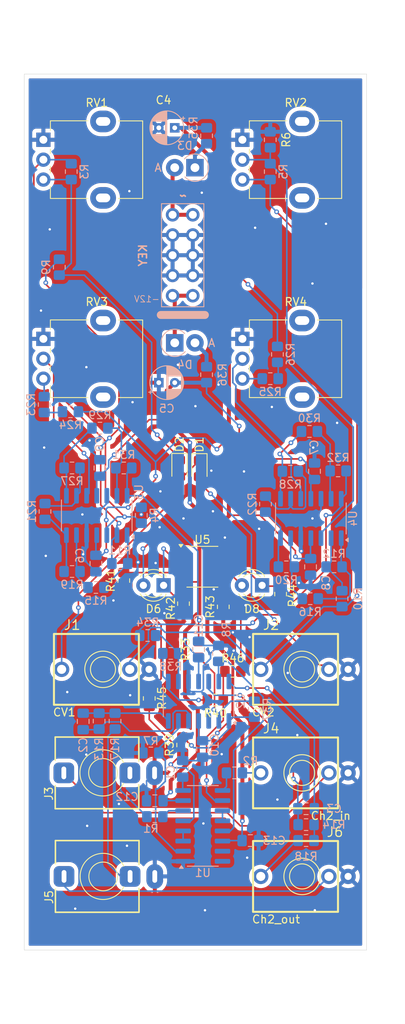
<source format=kicad_pcb>
(kicad_pcb (version 20240108) (generator "pcbnew") (generator_version "8.0")
  (layers (0 "F.Cu" signal) (31 "B.Cu" signal) (34 "B.Paste" user) (35 "F.Paste" user) (36 "B.SilkS" user "B.Silkscreen") (37 "F.SilkS" user "F.Silkscreen") (38 "B.Mask" user) (39 "F.Mask" user) (44 "Edge.Cuts" user))
  (net 0 "")
  (net 1 "GND")
  (net 2 "+12V")
  (net 3 "Net-(U1A-VREF)")
  (net 4 "Net-(C2-Pad2)")
  (net 5 "Net-(U2B-+)")
  (net 6 "-12V")
  (net 7 "Net-(C3-Pad2)")
  (net 8 "Net-(U2D-+)")
  (net 9 "CV1")
  (net 10 "Net-(D1-A)")
  (net 11 "Net-(D1-K)")
  (net 12 "Net-(D3-A)")
  (net 13 "Net-(D3-K)")
  (net 14 "Net-(D4-K)")
  (net 15 "Net-(D4-A)")
  (net 16 "CV2")
  (net 17 "audio_to_ch2")
  (net 18 "Net-(J3-PadR)")
  (net 19 "Net-(D6-A)")
  (net 20 "audio_from_ch2")
  (net 21 "Net-(J6-PadT)")
  (net 22 "Net-(D6-K)")
  (net 23 "Net-(D8-A)")
  (net 24 "Net-(D8-K)")
  (net 25 "Net-(J4-PadT)")
  (net 26 "Net-(J5-PadR)")
  (net 27 "Net-(U4A-+)")
  (net 28 "Net-(U1A-IO1)")
  (net 29 "Net-(U1B-IO2)")
  (net 30 "Net-(U4A--)")
  (net 31 "Net-(U2A--)")
  (net 32 "Net-(R11-Pad1)")
  (net 33 "cv1_to_vca1")
  (net 34 "Net-(R12-Pad1)")
  (net 35 "Net-(U4B--)")
  (net 36 "Net-(U3A--)")
  (net 37 "Net-(U3B--)")
  (net 38 "Net-(R20-Pad1)")
  (net 39 "Net-(U4C--)")
  (net 40 "Net-(U3C--)")
  (net 41 "Net-(R23-Pad2)")
  (net 42 "Net-(U3D--)")
  (net 43 "Net-(R19-Pad1)")
  (net 44 "Net-(U2C--)")
  (net 45 "cv2_to_vca2")
  (net 46 "Net-(U3A-+)")
  (net 47 "Net-(R28-Pad1)")
  (net 48 "audio1_to_vca1")
  (net 49 "Net-(R23-Pad1)")
  (net 50 "audio2_to_vca2")
  (net 51 "Net-(R25-Pad2)")
  (net 52 "Net-(R25-Pad1)")
  (net 53 "Net-(U3C-+)")
  (net 54 "Net-(R27-Pad1)")
  (net 55 "Net-(U4D--)")
  (net 56 "Net-(R31-Pad1)")
  (net 57 "Net-(R32-Pad1)")
  (net 58 "Net-(R37-Pad1)")
  (net 59 "Net-(R38-Pad1)")
  (net 60 "Net-(U5A-+)")
  (net 61 "Net-(U5B-+)")
  (net 62 "Net-(U4C-+)")
  (net 63 "Net-(U1B-VE2)")
  (net 64 "Net-(U1A-VE1)")
  (footprint "Resistor_SMD:R_0805_2012Metric_Pad1.20x1.40mm_HandSolder" (layer "F.Cu") (at 139.3 122.55 90)
    (property "Reference" "R44")
    (property "Value" "1.5k")
  )
  (footprint "mort_mix:Jack_3.5mm_QingPu_WQP-PJ366ST_Vertical" (layer "F.Cu") (at 117.0127 158 90)
    (property "Reference" "J5")
    (property "Value" "Ch1_out")
  )
  (footprint "Diode_SMD:D_0805_2012Metric_Pad1.15x1.40mm_HandSolder" (layer "F.Cu") (at 129.1 106.775 -90)
    (property "Reference" "D1")
    (property "Value" "D")
  )
  (footprint "mort_mix:Potentiometer_Alpha_RD901F-40-00D_Single_Vertical_withhole" (layer "F.Cu") (at 142 68)
    (property "Reference" "RV2")
    (property "Value" "100k_B")
  )
  (footprint "LED_THT:LED_D3.0mm" (layer "F.Cu") (at 136.975 121.45 180)
    (property "Reference" "D8")
    (property "Value" "LED")
  )
  (footprint "Resistor_SMD:R_0805_2012Metric_Pad1.20x1.40mm_HandSolder" (layer "F.Cu") (at 129 129.5 90)
    (property "Reference" "R33")
    (property "Value" "56k")
  )
  (footprint "mort_mix:Potentiometer_Alpha_RD901F-40-00D_Single_Vertical_withhole" (layer "F.Cu") (at 117 93)
    (property "Reference" "RV3")
    (property "Value" "100k_B")
  )
  (footprint "mort_mix:PJ398SM" (layer "F.Cu") (at 142 132)
    (property "Reference" "J2")
    (property "Value" "CV2")
  )
  (footprint "Resistor_SMD:R_0805_2012Metric_Pad1.20x1.40mm_HandSolder" (layer "F.Cu") (at 132.1 124.15 90)
    (property "Reference" "R43")
    (property "Value" "1M")
  )
  (footprint "Resistor_SMD:R_0805_2012Metric_Pad1.20x1.40mm_HandSolder" (layer "F.Cu") (at 133.3 132.25)
    (property "Reference" "R46")
    (property "Value" "1M")
  )
  (footprint "LED_THT:LED_D3.0mm" (layer "F.Cu") (at 124.6 121.45 180)
    (property "Reference" "D6")
    (property "Value" "LED")
  )
  (footprint "Package_SO:SO-8_3.9x4.9mm_P1.27mm" (layer "F.Cu") (at 129.475 119.115)
    (property "Reference" "U5")
    (property "Value" "LM358")
  )
  (footprint "Resistor_SMD:R_0805_2012Metric_Pad1.20x1.40mm_HandSolder" (layer "F.Cu") (at 127 141.5 90)
    (property "Reference" "R39")
    (property "Value" "20k")
  )
  (footprint "Resistor_SMD:R_0805_2012Metric_Pad1.20x1.40mm_HandSolder" (layer "F.Cu") (at 131.1 135.85 180)
    (property "Reference" "R40")
    (property "Value" "20k")
  )
  (footprint "Diode_SMD:D_0805_2012Metric_Pad1.15x1.40mm_HandSolder" (layer "F.Cu") (at 126.6 106.75 -90)
    (property "Reference" "D2")
    (property "Value" "D")
  )
  (footprint "mort_mix:PJ398SM" (layer "F.Cu") (at 142 145)
    (property "Reference" "J4")
    (property "Value" "Ch2_in")
  )
  (footprint "mort_mix:PJ398SM" (layer "F.Cu") (at 142 158)
    (property "Reference" "J6")
    (property "Value" "Ch2_out")
  )
  (footprint "mort_mix:Jack_3.5mm_QingPu_WQP-PJ366ST_Vertical" (layer "F.Cu") (at 116.9873 145 90)
    (property "Reference" "J3")
    (property "Value" "Ch1_in")
  )
  (footprint "Resistor_SMD:R_0805_2012Metric_Pad1.20x1.40mm_HandSolder" (layer "F.Cu") (at 127.1 123.75 90)
    (property "Reference" "R42")
    (property "Value" "1.5k")
  )
  (footprint "Resistor_SMD:R_0805_2012Metric_Pad1.20x1.40mm_HandSolder" (layer "F.Cu") (at 122.8 135.65 90)
    (property "Reference" "R45")
    (property "Value" "1M")
  )
  (footprint "mort_mix:Potentiometer_Alpha_RD901F-40-00D_Single_Vertical_withhole" (layer "F.Cu") (at 142 93)
    (property "Reference" "RV4")
    (property "Value" "100k_B")
  )
  (footprint "mort_mix:PJ398SM" (layer "F.Cu") (at 116.9873 132)
    (property "Reference" "J1")
    (property "Value" "CV1")
  )
  (footprint "mort_mix:Potentiometer_Alpha_RD901F-40-00D_Single_Vertical_withhole" (layer "F.Cu") (at 117 68)
    (property "Reference" "RV1")
    (property "Value" "100k_B")
  )
  (footprint "Resistor_SMD:R_0805_2012Metric_Pad1.20x1.40mm_HandSolder" (layer "F.Cu") (at 119.6 120.85 90)
    (property "Reference" "R41")
    (property "Value" "1M")
  )
  (footprint "Package_SO:SOIC-16_3.9x9.9mm_P1.27mm" (layer "B.Cu") (at 129.525 151.655)
    (property "Reference" "U1")
    (property "Value" "AS3360")
  )
  (footprint "Resistor_SMD:R_0805_2012Metric_Pad1.20x1.40mm_HandSolder" (layer "B.Cu") (at 131.5 130 -90)
    (property "Reference" "R8")
    (property "Value" "51k")
  )
  (footprint "Resistor_SMD:R_0805_2012Metric_Pad1.20x1.40mm_HandSolder" (layer "B.Cu") (at 142.9225 102.1275 180)
    (property "Reference" "R30")
    (property "Value" "10k")
  )
  (footprint "Capacitor_SMD:C_0805_2012Metric_Pad1.18x1.45mm_HandSolder" (layer "B.Cu") (at 123.5 148.5)
    (property "Reference" "C12")
    (property "Value" "0.1uF")
  )
  (footprint "Resistor_SMD:R_0805_2012Metric_Pad1.20x1.40mm_HandSolder" (layer "B.Cu") (at 147.0225 123.1275 -90)
    (property "Reference" "R10")
    (property "Value" "100k")
  )
  (footprint "Resistor_SMD:R_0805_2012Metric_Pad1.20x1.40mm_HandSolder" (layer "B.Cu") (at 125.5 130)
    (property "Reference" "R38")
    (property "Value" "10k")
  )
  (footprint "Capacitor_THT:CP_Radial_D4.0mm_P2.00mm" (layer "B.Cu") (at 124 96)
    (property "Reference" "C5")
    (property "Value" "47u")
  )
  (footprint "Resistor_SMD:R_0805_2012Metric_Pad1.20x1.40mm_HandSolder" (layer "B.Cu") (at 116.1 121.7125)
    (property "Reference" "R15")
    (property "Value" "10k")
  )
  (footprint "Capacitor_SMD:C_0805_2012Metric_Pad1.18x1.45mm_HandSolder" (layer "B.Cu") (at 135.5 153.5 180)
    (property "Reference" "C13")
    (property "Value" "0.1uF")
  )
  (footprint "Resistor_SMD:R_0805_2012Metric_Pad1.20x1.40mm_HandSolder" (layer "B.Cu") (at 136 137 90)
    (property "Reference" "R37")
    (property "Value" "10k")
  )
  (footprint "Resistor_SMD:R_0805_2012Metric_Pad1.20x1.40mm_HandSolder" (layer "B.Cu") (at 119.1 118.7125 180)
    (property "Reference" "R11")
    (property "Value" "100k")
  )
  (footprint "Resistor_SMD:R_0805_2012Metric_Pad1.20x1.40mm_HandSolder" (layer "B.Cu") (at 133.5 145)
    (property "Reference" "R2")
    (property "Value" "51k")
  )
  (footprint "Capacitor_SMD:C_0805_2012Metric_Pad1.18x1.45mm_HandSolder" (layer "B.Cu") (at 127 144.5 90)
    (property "Reference" "C1")
    (property "Value" "4.7n")
  )
  (footprint "Capacitor_SMD:C_0805_2012Metric_Pad1.18x1.45mm_HandSolder" (layer "B.Cu") (at 114.5 138.5375 90)
    (property "Reference" "C2")
    (property "Value" "470p")
  )
  (footprint "Resistor_SMD:R_0805_2012Metric_Pad1.20x1.40mm_HandSolder" (layer "B.Cu") (at 146.5225 107.0775 180)
    (property "Reference" "R32")
    (property "Value" "56k")
  )
  (footprint "mort_mix:Pins_2x05_2.54mm_TH_Europower_shrouded" (layer "B.Cu") (at 127 80)
    (property "Reference" "J7" (hide yes))
    (property "Value" "~")
  )
  (footprint "Resistor_SMD:R_0805_2012Metric_Pad1.20x1.40mm_HandSolder" (layer "B.Cu") (at 140.0225 119.1275)
    (property "Reference" "R20")
    (property "Value" "100k")
  )
  (footprint "Resistor_SMD:R_0805_2012Metric_Pad1.20x1.40mm_HandSolder" (layer "B.Cu") (at 143.0225 123.1275)
    (property "Reference" "R16")
    (property "Value" "10k")
  )
  (footprint "Resistor_SMD:R_0805_2012Metric_Pad1.20x1.40mm_HandSolder" (layer "B.Cu") (at 121.8 112.65 90)
    (property "Reference" "R4")
    (property "Value" "47k")
  )
  (footprint "Resistor_SMD:R_0805_2012Metric_Pad1.20x1.40mm_HandSolder" (layer "B.Cu") (at 140.5225 107.1275)
    (property "Reference" "R28")
    (property "Value" "10k")
  )
  (footprint "Resistor_SMD:R_0805_2012Metric_Pad1.20x1.40mm_HandSolder" (layer "B.Cu") (at 113.1 106.7125)
    (property "Reference" "R27")
    (property "Value" "10k")
  )
  (footprint "Resistor_SMD:R_0805_2012Metric_Pad1.20x1.40mm_HandSolder" (layer "B.Cu") (at 109.7025 112.175 -90)
    (property "Reference" "R21")
    (property "Value" "56k")
  )
  (footprint "Capacitor_SMD:C_0805_2012Metric_Pad1.18x1.45mm_HandSolder" (layer "B.Cu") (at 129.5 142 -90)
    (property "Reference" "C10")
    (property "Value" "0.1uF")
  )
  (footprint "Resistor_SMD:R_0805_2012Metric_Pad1.20x1.40mm_HandSolder" (layer "B.Cu") (at 138 69.5 90)
    (property "Reference" "R5")
    (property "Value" "47k")
  )
  (footprint "Resistor_SMD:R_0805_2012Metric_Pad1.20x1.40mm_HandSolder" (layer "B.Cu") (at 116.5 138.5 -90)
    (property "Reference" "R13")
    (property "Value" "100k")
  )
  (footprint "Resistor_SMD:R_0805_2012Metric_Pad1.20x1.40mm_HandSolder" (layer "B.Cu") (at 142.5 151.5 180)
    (property "Reference" "R14")
    (property "Value" "100k")
  )
  (footprint "Resistor_SMD:R_0805_2012Metric_Pad1.20x1.40mm_HandSolder" (layer "B.Cu") (at 113 69.5 90)
    (property "Reference" "R3")
    (property "Value" "47k")
  )
  (footprint "Resistor_SMD:R_0805_2012Metric_Pad1.20x1.40mm_HandSolder" (layer "B.Cu") (at 122.6 127.75 180)
    (property "Reference" "R34")
    (property "Value" "56k")
  )
  (footprint "Resistor_SMD:R_0805_2012Metric_Pad1.20x1.40mm_HandSolder" (layer "B.Cu") (at 118.5 138.5 -90)
    (property "Reference" "R17")
    (property "Value" "1k")
  )
  (footprint "Resistor_SMD:R_0805_2012Metric_Pad1.20x1.40mm_HandSolder" (layer "B.Cu") (at 130 65 -90)
    (property "Reference" "R35")
    (property "Value" "10")
  )
  (footprint "Package_SO:SO-14_3.9x8.65mm_P1.27mm" (layer "B.Cu") (at 129 136 90)
    (property "Reference" "U2")
    (property "Value" "TL074")
  )
  (footprint "Capacitor_THT:CP_Radial_D4.0mm_P2.00mm" (layer "B.Cu") (at 126 64 180)
    (property "Reference" "C4")
    (property "Value" "47u")
  )
  (footprint "Resistor_SMD:R_0805_2012Metric_Pad1.20x1.40mm_HandSolder" (layer "B.Cu") (at 111.5 81.5 -90)
    (property "Reference" "R9")
    (property "Value" "100k")
  )
  (footprint "Capacitor_SMD:C_0805_2012Metric_Pad1.18x1.45mm_HandSolder" (layer "B.Cu") (at 142.5 149.5)
    (property "Reference" "C3")
    (property "Value" "470p")
  )
  (footprint "Capacitor_SMD:C_0805_2012Metric_Pad1.18x1.45mm_HandSolder" (layer "B.Cu") (at 116.6 106.7125 -90)
    (property "Reference" "C9")
    (property "Value" "0.1uF")
  )
  (footprint "Resistor_SMD:R_0805_2012Metric_Pad1.20x1.40mm_HandSolder" (layer "B.Cu") (at 119.6 106.7125 180)
    (property "Reference" "R31")
    (property "Value" "56k")
  )
  (footprint "Resistor_SMD:R_0805_2012Metric_Pad1.20x1.40mm_HandSolder" (layer "B.Cu") (at 142.5 153.5 180)
    (property "Reference" "R18")
    (property "Value" "1k")
  )
  (footprint "Capacitor_SMD:C_0805_2012Metric_Pad1.18x1.45mm_HandSolder" (layer "B.Cu") (at 143.56 107.1275 -90)
    (property "Reference" "C7")
    (property "Value" "0.1uF")
  )
  (footprint "Resistor_SMD:R_0805_2012Metric_Pad1.20x1.40mm_HandSolder" (layer "B.Cu") (at 130 95 -90)
    (property "Reference" "R36")
    (property "Value" "10")
  )
  (footprint "Resistor_SMD:R_0805_2012Metric_Pad1.20x1.40mm_HandSolder" (layer "B.Cu") (at 146.0225 119.1275 180)
    (property "Reference" "R12")
    (property "Value" "100k")
  )
  (footprint "Resistor_SMD:R_0805_2012Metric_Pad1.20x1.40mm_HandSolder" (layer "B.Cu") (at 123.5 150.5)
    (property "Reference" "R1")
    (property "Value" "51k")
  )
  (footprint "Resistor_SMD:R_0805_2012Metric_Pad1.20x1.40mm_HandSolder" (layer "B.Cu") (at 109.6 98.75 -90)
    (property "Reference" "R23")
    (property "Value" "330k")
  )
  (footprint "Resistor_SMD:R_0805_2012Metric_Pad1.20x1.40mm_HandSolder" (layer "B.Cu") (at 138.9 92.45 90)
    (property "Reference" "R26")
    (property "Value" "400k")
  )
  (footprint "Resistor_SMD:R_0805_2012Metric_Pad1.20x1.40mm_HandSolder" (layer "B.Cu") (at 138 65.5 90)
    (property "Reference" "R6")
    (property "Value" "47k")
  )
  (footprint "Capacitor_SMD:C_0805_2012Metric_Pad1.18x1.45mm_HandSolder" (layer "B.Cu") (at 129 129.5 -90)
    (property "Reference" "C11")
    (property "Value" "0.1uF")
  )
  (footprint "Resistor_SMD:R_0805_2012Metric_Pad1.20x1.40mm_HandSolder" (layer "B.Cu") (at 113.1 119.7125)
    (property "Reference" "R19")
    (property "Value" "100k")
  )
  (footprint "Resistor_SMD:R_0805_2012Metric_Pad1.20x1.40mm_HandSolder" (layer "B.Cu") (at 116.6 101.7125 180)
    (property "Reference" "R29")
    (property "Value" "10k")
  )
  (footprint "Diode_THT:D_DO-41_SOD81_P2.54mm_Vertical_AnodeUp" (layer "B.Cu") (at 128.54 69 180)
    (property "Reference" "D3")
    (property "Value" "1N5819")
  )
  (footprint "Diode_THT:D_DO-41_SOD81_P2.54mm_Vertical_AnodeUp" (layer "B.Cu") (at 126 91)
    (property "Reference" "D4")
    (property "Value" "1N5819")
  )
  (footprint "Resistor_SMD:R_0805_2012Metric_Pad1.20x1.40mm_HandSolder" (layer "B.Cu") (at 137.4 111.25 -90)
    (property "Reference" "R22")
    (property "Value" "56k")
  )
  (footprint "Capacitor_SMD:C_0805_2012Metric_Pad1.18x1.45mm_HandSolder" (layer "B.Cu") (at 116.1 118.7125 -90)
    (property "Reference" "C6")
    (property "Value" "0.1uF")
  )
  (footprint "Resistor_SMD:R_0805_2012Metric_Pad1.20x1.40mm_HandSolder" (layer "B.Cu") (at 138 95.5)
    (property "Reference" "R25")
    (property "Value" "330k")
  )
  (footprint "Resistor_SMD:R_0805_2012Metric_Pad1.20x1.40mm_HandSolder" (layer "B.Cu") (at 123 142.5)
    (property "Reference" "R7")
    (property "Value" "51k")
  )
  (footprint "Capacitor_SMD:C_0805_2012Metric_Pad1.18x1.45mm_HandSolder" (layer "B.Cu") (at 143.06 119.1275 -90)
    (property "Reference" "C8")
    (property "Value" "0.1uF")
  )
  (footprint "Package_SO:SO-14_3.9x8.65mm_P1.27mm" (layer "B.Cu") (at 116.2025 112.675 90)
    (property "Reference" "U3")
    (property "Value" "TL074")
  )
  (footprint "Resistor_SMD:R_0805_2012Metric_Pad1.20x1.40mm_HandSolder" (layer "B.Cu") (at 112.9 99.65)
    (property "Reference" "R24")
    (property "Value" "400k")
  )
  (footprint "Package_SO:SO-14_3.9x8.65mm_P1.27mm" (layer "B.Cu") (at 143.1 113.05 90)
    (property "Reference" "U4")
    (property "Value" "TL074")
  )
  (gr_rect (start 107.1 57.25) (end 150.1 167.25) (stroke (width 0.05)) (fill none) (layer "Edge.Cuts"))
  (via (at 128.6 98.95) (size 0.6) (drill 0.3) (layers "F.Cu" "B.Cu") (net 1))
  (via (at 133.4 129.65) (size 0.6) (drill 0.3) (layers "F.Cu" "B.Cu") (net 1))
  (via (at 145.3 121.35) (size 0.6) (drill 0.3) (layers "F.Cu" "B.Cu") (net 1))
  (via (at 143.6 162.25) (size 0.6) (drill 0.3) (layers "F.Cu" "B.Cu") (net 1))
  (via (at 138.2 99.05) (size 0.6) (drill 0.3) (layers "F.Cu" "B.Cu") (net 1))
  (via (at 135.4 127.95) (size 0.6) (drill 0.3) (layers "F.Cu" "B.Cu") (net 1))
  (via (at 136.1 76.55) (size 0.6) (drill 0.3) (layers "F.Cu" "B.Cu") (net 1))
  (via (at 121.8 112.55) (size 0.6) (drill 0.3) (layers "F.Cu" "B.Cu") (net 1))
  (via (at 109.6 104.15) (size 0.6) (drill 0.3) (layers "F.Cu" "B.Cu") (net 1))
  (via (at 130.6 107.05) (size 0.6) (drill 0.3) (layers "F.Cu" "B.Cu") (net 1))
  (via (at 134.9 123.95) (size 0.6) (drill 0.3) (layers "F.Cu" "B.Cu") (net 1))
  (via (at 141.4 140.25) (size 0.6) (drill 0.3) (layers "F.Cu" "B.Cu") (net 1))
  (via (at 130.8 112.15) (size 0.6) (drill 0.3) (layers "F.Cu" "B.Cu") (net 1))
  (via (at 138.9 148.35) (size 0.6) (drill 0.3) (layers "F.Cu" "B.Cu") (net 1))
  (via (at 126.4 93.75) (size 0.6) (drill 0.3) (layers "F.Cu" "B.Cu") (net 1))
  (via (at 129.6 151.35) (size 0.6) (drill 0.3) (layers "F.Cu" "B.Cu") (net 1))
  (via (at 143.3 83.55) (size 0.6) (drill 0.3) (layers "F.Cu" "B.Cu") (net 1))
  (via (at 110.3 76.75) (size 0.6) (drill 0.3) (layers "F.Cu" "B.Cu") (net 1))
  (via (at 118.9873 148.9) (size 0.6) (drill 0.3) (layers "F.Cu" "B.Cu") (net 1))
  (via (at 115.3 103.25) (size 0.6) (drill 0.3) (layers "F.Cu" "B.Cu") (net 1))
  (via (at 113.5 162.05) (size 0.6) (drill 0.3) (layers "F.Cu" "B.Cu") (net 1))
  (via (at 141.6 121.15) (size 0.6) (drill 0.3) (layers "F.Cu" "B.Cu") (net 1))
  (via (at 141.9 117.15) (size 0.6) (drill 0.3) (layers "F.Cu" "B.Cu") (net 1))
  (via (at 131.9 142.65) (size 0.6) (drill 0.3) (layers "F.Cu" "B.Cu") (net 1))
  (via (at 120.4 135.25) (size 0.6) (drill 0.3) (layers "F.Cu" "B.Cu") (net 1))
  (via (at 131.5 96.25) (size 0.6) (drill 0.3) (layers "F.Cu" "B.Cu") (net 1))
  (via (at 109.2 86.95) (size 0.6) (drill 0.3) (layers "F.Cu" "B.Cu") (net 1))
  (via (at 120 154.15) (size 0.6) (drill 0.3) (layers "F.Cu" "B.Cu") (net 1))
  (via (at 136.6 114.35) (size 0.6) (drill 0.3) (layers "F.Cu" "B.Cu") (net 1))
  (via (at 129.4 72.15) (size 0.6) (drill 0.3) (layers "F.Cu" "B.Cu") (net 1))
  (via (at 123.6 118.65) (size 0.6) (drill 0.3) (layers "F.Cu" "B.Cu") (net 1))
  (via (at 114.5 117.55) (size 0.6) (drill 0.3) (layers "F.Cu" "B.Cu") (net 1))
  (via (at 143.4 104.15) (size 0.6) (drill 0.3) (layers "F.Cu" "B.Cu") (net 1))
  (via (at 130.9 121.95) (size 0.6) (drill 0.3) (layers "F.Cu" "B.Cu") (net 1))
  (via (at 121.4 118.55) (size 0.6) (drill 0.3) (layers "F.Cu" "B.Cu") (net 1))
  (via (at 143.3 113.05) (size 0.6) (drill 0.3) (layers "F.Cu" "B.Cu") (net 1))
  (via (at 129.8 162.25) (size 0.6) (drill 0.3) (layers "F.Cu" "B.Cu") (net 1))
  (via (at 146.4 101.05) (size 0.6) (drill 0.3) (layers "F.Cu" "B.Cu") (net 1))
  (via (at 114.4 112.55) (size 0.6) (drill 0.3) (layers "F.Cu" "B.Cu") (net 1))
  (via (at 109.8 117.75) (size 0.6) (drill 0.3) (layers "F.Cu" "B.Cu") (net 1))
  (via (at 124.7 124.95) (size 0.6) (drill 0.3) (layers "F.Cu" "B.Cu") (net 1))
  (via (at 133.3 127.35) (size 0.6) (drill 0.3) (layers "F.Cu" "B.Cu") (net 1))
  (via (at 115 151.65) (size 0.6) (drill 0.3) (layers "F.Cu" "B.Cu") (net 1))
  (via (at 124.1 114.15) (size 0.6) (drill 0.3) (layers "F.Cu" "B.Cu") (net 1))
  (via (at 134.7 107.15) (size 0.6) (drill 0.3) (layers "F.Cu" "B.Cu") (net 1))
  (via (at 114.8873 142.7) (size 0.6) (drill 0.3) (layers "F.Cu" "B.Cu") (net 1))
  (via (at 127.1 113.05) (size 0.6) (drill 0.3) (layers "F.Cu" "B.Cu") (net 1))
  (via (at 140.2 132.45) (size 0.6) (drill 0.3) (layers "F.Cu" "B.Cu") (net 1))
  (via (at 118.3 123.35) (size 0.6) (drill 0.3) (layers "F.Cu" "B.Cu") (net 1))
  (via (at 132.3 115.45) (size 0.6) (drill 0.3) (layers "F.Cu" "B.Cu") (net 1))
  (via (at 120.3 71.95) (size 0.6) (drill 0.3) (layers "F.Cu" "B.Cu") (net 1))
  (via (at 114.9 94.05) (size 0.6) (drill 0.3) (layers "F.Cu" "B.Cu") (net 1))
  (via (at 120.7 98.45) (size 0.6) (drill 0.3) (layers "F.Cu" "B.Cu") (net 1))
  (via (at 112.5 134.85) (size 0.6) (drill 0.3) (layers "F.Cu" "B.Cu") (net 1))
  (via (at 124.2 109.65) (size 0.6) (drill 0.3) (layers "F.Cu" "B.Cu") (net 1))
  (via (at 135.1 155.65) (size 0.6) (drill 0.3) (layers "F.Cu" "B.Cu") (net 1))
  (via (at 145 76.05) (size 0.6) (drill 0.3) (layers "F.Cu" "B.Cu") (net 1))
  (segment (start 130.27 135.729448) (end 129.340552 134.8) (width 0.2) (layer "B.Cu") (net 1))
  (segment (start 117.4725 110.2) (end 117.4725 111.174999) (width 0.2) (layer "B.Cu") (net 1))
  (segment (start 117.4725 111.174999) (end 116.097499 112.55) (width 0.2) (layer "B.Cu") (net 1))
  (segment (start 122.4625 146.0048) (end 123.4673 145) (width 0.2) (layer "B.Cu") (net 1))
  (segment (start 127.73 134.499999) (end 128.030001 134.8) (width 0.2) (layer "B.Cu") (net 1))
  (segment (start 130.27 138.475) (end 130.27 135.729448) (width 0.2) (layer "B.Cu") (net 1))
  (segment (start 127 143.4625) (end 129.075 143.4625) (width 0.2) (layer "B.Cu") (net 1))
  (segment (start 128.030001 134.8) (end 129.340552 134.8) (width 0.2) (layer "B.Cu") (net 1))
  (segment (start 130.5 130) (end 131.5 129) (width 0.2) (layer "B.Cu") (net 1))
  (segment (start 116.097499 112.55) (end 114.4 112.55) (width 0.2) (layer "B.Cu") (net 1))
  (segment (start 115.3 104.375) (end 115.3 103.25) (width 0.2) (layer "B.Cu") (net 1))
  (segment (start 129.5375 129) (end 129 128.4625) (width 0.2) (layer "B.Cu") (net 1))
  (segment (start 129.075 143.4625) (end 129.5 143.0375) (width 0.2) (layer "B.Cu") (net 1))
  (segment (start 130.5 130.65) (end 130.5 130) (width 0.2) (layer "B.Cu") (net 1))
  (segment (start 127.73 133.525) (end 127.73 134.499999) (width 0.2) (layer "B.Cu") (net 1))
  (segment (start 116.1 119.75) (end 114.5 118.15) (width 0.2) (layer "B.Cu") (net 1))
  (segment (start 144.37 111.98) (end 143.3 113.05) (width 0.2) (layer "B.Cu") (net 1))
  (segment (start 144.37 110.575) (end 144.37 111.98) (width 0.2) (layer "B.Cu") (net 1))
  (segment (start 129.6 134.540552) (end 129.6 131.55) (width 0.2) (layer "B.Cu") (net 1))
  (segment (start 122.315 142.815) (end 122 142.5) (width 0.2) (layer "B.Cu") (net 1))
  (segment (start 129.340552 134.8) (end 129.6 134.540552) (width 0.2) (layer "B.Cu") (net 1))
  (segment (start 131.5 129) (end 129.5375 129) (width 0.2) (layer "B.Cu") (net 1))
  (segment (start 121.8 111.65) (end 121.8 112.55) (width 0.2) (layer "B.Cu") (net 1))
  (segment (start 122.4625 148.5) (end 122.4625 146.0048) (width 0.2) (layer "B.Cu") (net 1))
  (segment (start 129.6 131.55) (end 130.5 130.65) (width 0.2) (layer "B.Cu") (net 1))
  (segment (start 114.5 118.15) (end 114.5 117.55) (width 0.2) (layer "B.Cu") (net 1))
  (segment (start 116.6 105.675) (end 115.3 104.375) (width 0.2) (layer "B.Cu") (net 1))
  (segment (start 133.3 137.65) (end 134.5 138.85) (width 0.5) (layer "F.Cu") (net 2))
  (segment (start 133.3 138.05) (end 133.3 137.35) (width 0.2) (layer "F.Cu") (net 2))
  (segment (start 135.2 83.65) (end 132.8 81.25) (width 0.2) (layer "F.Cu") (net 2))
  (segment (start 141.16 117.11) (end 136.7 112.65) (width 0.2) (layer "F.Cu") (net 2))
  (segment (start 132.8 81.25) (end 132.8 102.85) (width 0.5) (layer "F.Cu") (net 2))
  (segment (start 130.1 127.803122) (end 133.3 131.003122) (width 0.5) (layer "F.Cu") (net 2))
  (segment (start 126 64) (end 126.8 64) (width 0.2) (layer "F.Cu") (net 2))
  (segment (start 130.14 117.21) (end 130.1 117.25) (width 0.2) (layer "F.Cu") (net 2))
  (segment (start 132.8 102.85) (end 132.8 112.75) (width 0.5) (layer "F.Cu") (net 2))
  (segment (start 120.137363 111.674999) (end 120.137363 111.612637) (width 0.2) (layer "F.Cu") (net 2))
  (segment (start 130.1 117.25) (end 130.1 127.803122) (width 0.5) (layer "F.Cu") (net 2))
  (segment (start 123.6 108.15) (end 123.6 107.75) (width 0.2) (layer "F.Cu") (net 2))
  (segment (start 141.16 117.85) (end 141.16 117.11) (width 0.2) (layer "F.Cu") (net 2))
  (segment (start 132.8 112.75) (end 130.1 115.45) (width 0.5) (layer "F.Cu") (net 2))
  (segment (start 130.1 115.45) (end 130.1 117.25) (width 0.5) (layer "F.Cu") (net 2))
  (segment (start 133.3 137.35) (end 133.3 137.65) (width 0.5) (layer "F.Cu") (net 2))
  (segment (start 133.3 131.003122) (end 133.3 137.35) (width 0.35) (layer "F.Cu") (net 2))
  (segment (start 132.9 112.65) (end 132.8 112.75) (width 0.2) (layer "F.Cu") (net 2))
  (segment (start 134.5 138.85) (end 134.5 151.05) (width 0.5) (layer "F.Cu") (net 2))
  (segment (start 136.7 112.65) (end 132.9 112.65) (width 0.2) (layer "F.Cu") (net 2))
  (segment (start 117.4025 113.2525) (end 117.4 113.25) (width 0.2) (layer "F.Cu") (net 2))
  (segment (start 131.35 140) (end 133.3 138.05) (width 0.2) (layer "F.Cu") (net 2))
  (segment (start 120.137363 111.612637) (end 123.6 108.15) (width 0.2) (layer "F.Cu") (net 2))
  (segment (start 131.75 117.21) (end 130.14 117.21) (width 0.2) (layer "F.Cu") (net 2))
  (segment (start 131.3 104.35) (end 132.8 102.85) (width 0.2) (layer "F.Cu") (net 2))
  (segment (start 132.8 70) (end 132.8 81.25) (width 0.5) (layer "F.Cu") (net 2))
  (segment (start 117.4 113.25) (end 117.4025 117.125) (width 0.2) (layer "F.Cu") (net 2))
  (segment (start 126.8 64) (end 132.8 70) (width 0.5) (layer "F.Cu") (net 2))
  (via (at 117.4025 117.125) (size 0.6) (drill 0.3) (layers "F.Cu" "B.Cu") (net 2))
  (via (at 135.2 83.65) (size 0.6) (drill 0.3) (layers "F.Cu" "B.Cu") (net 2))
  (via (at 134.5 151.05) (size 0.6) (drill 0.3) (layers "F.Cu" "B.Cu") (net 2))
  (via (at 120.137363 111.674999) (size 0.6) (drill 0.3) (layers "F.Cu" "B.Cu") (net 2))
  (via (at 131.35 140) (size 0.6) (drill 0.3) (layers "F.Cu" "B.Cu") (net 2))
  (via (at 141.16 117.85) (size 0.6) (drill 0.3) (layers "F.Cu" "B.Cu") (net 2))
  (via (at 131.3 104.35) (size 0.6) (drill 0.3) (layers "F.Cu" "B.Cu") (net 2))
  (via (at 117.4 113.25) (size 0.6) (drill 0.3) (layers "F.Cu" "B.Cu") (net 2))
  (via (at 123.6 107.75) (size 0.6) (drill 0.3) (layers "F.Cu" "B.Cu") (net 2))
  (segment (start 116.1 117.675) (end 116.1 115.2525) (width 0.2) (layer "B.Cu") (net 2))
  (segment (start 132.06 153.5) (end 132 153.56) (width 0.2) (layer "B.Cu") (net 2))
  (segment (start 134.4625 153.5) (end 134.4625 151.0875) (width 0.2) (layer "B.Cu") (net 2))
  (segment (start 134.4625 153.5) (end 132.06 153.5) (width 0.2) (layer "B.Cu") (net 2))
  (segment (start 131.3 104.45) (end 131.3 104.35) (width 0.2) (layer "B.Cu") (net 2))
  (segment (start 116.1 117.675) (end 116.8525 117.675) (width 0.2) (layer "B.Cu") (net 2))
  (segment (start 138.9 91.45) (end 138.9 87.35) (width 0.2) (layer "B.Cu") (net 2))
  (segment (start 131.3 104.35) (end 131.4 104.35) (width 0.2) (layer "B.Cu") (net 2))
  (segment (start 130 64) (end 126 64) (width 0.5) (layer "B.Cu") (net 2))
  (segment (start 117.3 99.65) (end 123.6 105.95) (width 0.2) (layer "B.Cu") (net 2))
  (segment (start 116.1 115.2525) (end 116.2025 115.15) (width 0.2) (layer "B.Cu") (net 2))
  (segment (start 130.3875 140.9625) (end 129.5 140.9625) (width 0.2) (layer "B.Cu") (net 2))
  (segment (start 129 138.475) (end 129 140.4625) (width 0.2) (layer "B.Cu") (net 2))
  (segment (start 131.35 140) (end 130.3875 140.9625) (width 0.2) (layer "B.Cu") (net 2))
  (segment (start 117.4 111.85) (end 117.4 113.25) (width 0.2) (layer "B.Cu") (net 2))
  (segment (start 117.6 111.65) (end 117.4 111.85) (width 0.2) (layer "B.Cu") (net 2))
  (segment (start 120.112364 111.65) (end 117.6 111.65) (width 0.2) (layer "B.Cu") (net 2))
  (segment (start 134.4625 151.0875) (end 134.5 151.05) (width 0.2) (layer "B.Cu") (net 2))
  (segment (start 123.5 107.85) (end 123.6 107.75) (width 0.2) (layer "B.Cu") (net 2))
  (segment (start 129 140.4625) (end 129.5 140.9625) (width 0.2) (layer "B.Cu") (net 2))
  (segment (start 113.9 99.65) (end 117.3 99.65) (width 0.2) (layer "B.Cu") (net 2))
  (segment (start 138.9 87.35) (end 135.2 83.65) (width 0.2) (layer "B.Cu") (net 2))
  (segment (start 123.6 105.95) (end 126.6 102.95) (width 0.2) (layer "B.Cu") (net 2))
  (segment (start 126.6 102.95) (end 129.8 102.95) (width 0.2) (layer "B.Cu") (net 2))
  (segment (start 123.6 107.75) (end 123.6 105.95) (width 0.2) (layer "B.Cu") (net 2))
  (segment (start 143.06 118.09) (end 141.4 118.09) (width 0.2) (layer "B.Cu") (net 2))
  (segment (start 141.4 118.09) (end 141.16 117.85) (width 0.2) (layer "B.Cu") (net 2))
  (segment (start 143.06 118.09) (end 143.06 115.565) (width 0.2) (layer "B.Cu") (net 2))
  (segment (start 131.4 104.35) (end 131.3 104.45) (width 0.2) (layer "B.Cu") (net 2))
  (segment (start 143.06 115.565) (end 143.1 115.525) (width 0.2) (layer "B.Cu") (net 2))
  (segment (start 120.137363 111.674999) (end 120.112364 111.65) (width 0.2) (layer "B.Cu") (net 2))
  (segment (start 129.8 102.95) (end 131.3 104.45) (width 0.2) (layer "B.Cu") (net 2))
  (segment (start 116.8525 117.675) (end 117.4025 117.125) (width 0.2) (layer "B.Cu") (net 2))
  (segment (start 127 145.5375) (end 127 147.16) (width 0.2) (layer "B.Cu") (net 3))
  (segment (start 127 147.16) (end 127.05 147.21) (width 0.2) (layer "B.Cu") (net 3))
  (segment (start 114.5 137.5) (end 118.5 137.5) (width 0.2) (layer "B.Cu") (net 4))
  (segment (start 124.215 137.5) (end 118.5 137.5) (width 0.2) (layer "B.Cu") (net 4))
  (segment (start 125.19 138.475) (end 124.215 137.5) (width 0.2) (layer "B.Cu") (net 4))
  (segment (start 116.425 139.575) (end 116.5 139.5) (width 0.2) (layer "B.Cu") (net 5))
  (segment (start 126.119448 137.2) (end 125.79 137.529448) (width 0.2) (layer "B.Cu") (net 5))
  (segment (start 125.79 137.529448) (end 125.79 139.490552) (width 0.2) (layer "B.Cu") (net 5))
  (segment (start 114.5 139.575) (end 116.425 139.575) (width 0.2) (layer "B.Cu") (net 5))
  (segment (start 127.73 137.500001) (end 127.429999 137.2) (width 0.2) (layer "B.Cu") (net 5))
  (segment (start 120.334744 139.75) (end 119.184744 138.6) (width 0.2) (layer "B.Cu") (net 5))
  (segment (start 127.73 138.475) (end 127.73 137.500001) (width 0.2) (layer "B.Cu") (net 5))
  (segment (start 127.429999 137.2) (end 126.119448 137.2) (width 0.2) (layer "B.Cu") (net 5))
  (segment (start 125.79 139.490552) (end 125.530552 139.75) (width 0.2) (layer "B.Cu") (net 5))
  (segment (start 125.530552 139.75) (end 120.334744 139.75) (width 0.2) (layer "B.Cu") (net 5))
  (segment (start 117.4 138.6) (end 116.5 139.5) (width 0.2) (layer "B.Cu") (net 5))
  (segment (start 119.184744 138.6) (end 117.4 138.6) (width 0.2) (layer "B.Cu") (net 5))
  (segment (start 125 100.65) (end 125 97) (width 0.5) (layer "F.Cu") (net 6))
  (segment (start 127.878122 111.05) (end 129.1 112.271878) (width 0.5) (layer "F.Cu") (net 6))
  (segment (start 118.4 105.05) (end 122.8 100.65) (width 0.2) (layer "F.Cu") (net 6))
  (segment (start 127.3 127.25) (end 128.36967 126.18033) (width 0.5) (layer "F.Cu") (net 6))
  (segment (start 128.9 142.55) (end 128.9 137.05) (width 0.5) (layer "F.Cu") (net 6))
  (segment (start 128.330331 126.140992) (end 128.330331 125.51967) (width 0.5) (layer "F.Cu") (net 6))
  (segment (start 125 97) (end 126 96) (width 0.5) (layer "F.Cu") (net 6))
  (segment (start 129.1 112.271878) (end 129.1 120.75) (width 0.5) (layer "F.Cu") (net 6))
  (segment (start 122.8 100.65) (end 125 100.65) (width 0.2) (layer "F.Cu") (net 6))
  (segment (start 128.83 121.02) (end 129.1 120.75) (width 0.2) (layer "F.Cu") (net 6))
  (segment (start 128.9 137.05) (end 127.3 135.45) (width 0.5) (layer "F.Cu") (net 6))
  (segment (start 141.8 105.5775) (end 137.1275 105.5775) (width 0.2) (layer "F.Cu") (net 6))
  (segment (start 129.1 125.080331) (end 129.1 120.75) (width 0.5) (layer "F.Cu") (net 6))
  (segment (start 127.3 135.45) (end 127.3 127.25) (width 0.5) (layer "F.Cu") (net 6))
  (segment (start 137.1275 105.5775) (end 134.1 102.55) (width 0.2) (layer "F.Cu") (net 6))
  (segment (start 125.4873 147.4) (end 125.4873 145.9627) (width 0.5) (layer "F.Cu") (net 6))
  (segment (start 127.9 103.55) (end 125 100.65) (width 0.5) (layer "F.Cu") (net 6))
  (segment (start 127.9 111.071878) (end 127.9 111.05) (width 0.5) (layer "F.Cu") (net 6))
  (segment (start 134.1 102.55) (end 134.1 101.45) (width 0.2) (layer "F.Cu") (net 6))
  (segment (start 134.1 101.55) (end 134.1 101.45) (width 0.2) (layer "F.Cu") (net 6))
  (segment (start 126.6 121.02) (end 127.83 121.02) (width 0.2) (layer "F.Cu") (net 6))
  (segment (start 128.76967 125.080331) (end 129.1 125.080331) (width 0.5) (layer "F.Cu") (net 6))
  (segment (start 127.9 111.05) (end 127.878122 111.05) (width 0.5) (layer "F.Cu") (net 6))
  (segment (start 127.95 111.121878) (end 127.9 111.071878) (width 0.5) (layer "F.Cu") (net 6))
  (segment (start 125.4873 145.9627) (end 128.9 142.55) (width 0.5) (layer "F.Cu") (net 6))
  (segment (start 128.330331 125.51967) (end 128.76967 125.080331) (width 0.5) (layer "F.Cu") (net 6))
  (segment (start 128.36967 126.18033) (end 128.330331 126.140992) (width 0.5) (layer "F.Cu") (net 6))
  (segment (start 127.025 121.02) (end 128.83 121.02) (width 0.2) (layer "F.Cu") (net 6))
  (via (at 127.9 103.55) (size 0.6) (drill 0.3) (layers "F.Cu" "B.Cu") (net 6))
  (via (at 141.8 105.5775) (size 0.6) (drill 0.3) (layers "F.Cu" "B.Cu") (net 6))
  (via (at 127.3 128.25) (size 0.6) (drill 0.3) (layers "F.Cu" "B.Cu") (net 6))
  (via (at 125.4873 147.4) (size 0.6) (drill 0.3) (layers "F.Cu" "B.Cu") (net 6))
  (via (at 118.4 105.05) (size 0.6) (drill 0.3) (layers "F.Cu" "B.Cu") (net 6))
  (via (at 127.9 111.05) (size 0.6) (drill 0.3) (layers "F.Cu" "B.Cu") (net 6))
  (via (at 134.1 101.45) (size 0.6) (drill 0.3) (layers "F.Cu" "B.Cu") (net 6))
  (segment (start 124.5575 148.48) (end 124.5375 148.5) (width 0.2) (layer "B.Cu") (net 6))
  (segment (start 143.1 108.625) (end 143.56 108.165) (width 0.2) (layer "B.Cu") (net 6))
  (segment (start 116.2025 110.2) (end 116.2025 108.1475) (width 0.2) (layer "B.Cu") (net 6))
  (segment (start 141.8 105.5775) (end 142.0225 105.5775) (width 0.2) (layer "B.Cu") (net 6))
  (segment (start 134.1 101.45) (end 130 97.35) (width 0.2) (layer "B.Cu") (net 6))
  (segment (start 130 97.35) (end 130 96) (width 0.2) (layer "B.Cu") (net 6))
  (segment (start 142.535 106.09) (end 142.535 107.14) (width 0.2) (layer "B.Cu") (net 6))
  (segment (start 127.3 128.8375) (end 127.3 128.25) (width 0.2) (layer "B.Cu") (net 6))
  (segment (start 117.7 106.65) (end 117.7 105.75) (width 0.2) (layer "B.Cu") (net 6))
  (segment (start 124.5375 148.3498) (end 125.4873 147.4) (width 0.2) (layer "B.Cu") (net 6))
  (segment (start 117.7 105.75) (end 118.4 105.05) (width 0.2) (layer "B.Cu") (net 6))
  (segment (start 129 133.525) (end 129 130.5375) (width 0.2) (layer "B.Cu") (net 6))
  (segment (start 116.6 107.75) (end 117.7 106.65) (width 0.2) (layer "B.Cu") (net 6))
  (segment (start 129 130.5375) (end 127.3 128.8375) (width 0.2) (layer "B.Cu") (net 6))
  (segment (start 127.05 148.48) (end 124.5575 148.48) (width 0.2) (layer "B.Cu") (net 6))
  (segment (start 143.1 110.575) (end 143.1 108.625) (width 0.2) (layer "B.Cu") (net 6))
  (segment (start 116.2025 108.1475) (end 116.6 107.75) (width 0.2) (layer "B.Cu") (net 6))
  (segment (start 142.535 107.14) (end 143.56 108.165) (width 0.2) (layer "B.Cu") (net 6))
  (segment (start 127.9 103.55) (end 127.9 111.05) (width 0.5) (layer "B.Cu") (net 6))
  (segment (start 142.0225 105.5775) (end 142.535 106.09) (width 0.2) (layer "B.Cu") (net 6))
  (segment (start 125.4873 147.4) (end 125.25 147.4) (width 0.2) (layer "B.Cu") (net 6))
  (segment (start 130 96) (end 126 96) (width 0.5) (layer "B.Cu") (net 6))
  (segment (start 124.5375 148.5) (end 124.5375 148.3498) (width 0.2) (layer "B.Cu") (net 6))
  (segment (start 137.6 134.35) (end 135.1 134.35) (width 0.2) (layer "F.Cu") (net 7))
  (via (at 137.6 134.35) (size 0.6) (drill 0.3) (layers "F.Cu" "B.Cu") (net 7))
  (via (at 135.1 134.35) (size 0.6) (drill 0.3) (layers "F.Cu" "B.Cu") (net 7))
  (segment (start 143.5375 149.5) (end 143.5375 140.2875) (width 0.2) (layer "B.Cu") (net 7))
  (segment (start 137.6 134.35) (end 137.5 134.25) (width 0.2) (layer "B.Cu") (net 7))
  (segment (start 143.5375 153.4625) (end 143.5 153.5) (width 0.2) (layer "B.Cu") (net 7))
  (segment (start 143.5375 140.2875) (end 137.6 134.35) (width 0.2) (layer "B.Cu") (net 7))
  (segment (start 133.635 134.35) (end 135.1 134.35) (width 0.2) (layer "B.Cu") (net 7))
  (segment (start 143.5375 149.5) (end 143.5375 153.4625) (width 0.2) (layer "B.Cu") (net 7))
  (segment (start 132.81 133.525) (end 133.635 134.35) (width 0.2) (layer "B.Cu") (net 7))
  (segment (start 140.9 141.95) (end 140.9 145.75) (width 0.2) (layer "F.Cu") (net 8))
  (segment (start 134.2 135.25) (end 140.9 141.95) (width 0.2) (layer "F.Cu") (net 8))
  (via (at 134.2 135.25) (size 0.6) (drill 0.3) (layers "F.Cu" "B.Cu") (net 8))
  (via (at 140.9 145.75) (size 0.6) (drill 0.3) (layers "F.Cu" "B.Cu") (net 8))
  (segment (start 130.27 134.499999) (end 131.020001 135.25) (width 0.2) (layer "B.Cu") (net 8))
  (segment (start 141.5 149.5375) (end 141.4625 149.5) (width 0.2) (layer "B.Cu") (net 8))
  (segment (start 141.4625 149.5) (end 141.4625 146.3125) (width 0.2) (layer "B.Cu") (net 8))
  (segment (start 131.020001 135.25) (end 134.2 135.25) (width 0.2) (layer "B.Cu") (net 8))
  (segment (start 141.4625 146.3125) (end 140.9 145.75) (width 0.2) (layer "B.Cu") (net 8))
  (segment (start 130.27 133.525) (end 130.27 134.499999) (width 0.2) (layer "B.Cu") (net 8))
  (segment (start 134.2 135.25) (end 134.1 135.25) (width 0.2) (layer "B.Cu") (net 8))
  (segment (start 141.5 151.5) (end 141.5 149.5375) (width 0.2) (layer "B.Cu") (net 8))
  (segment (start 126.6 105.725) (end 126.6 105.45) (width 0.2) (layer "F.Cu") (net 9))
  (segment (start 123.7 102.55) (end 123.7 102.55) (width 0.2) (layer "F.Cu") (net 9))
  (segment (start 123.8 102.55) (end 123.7 102.55) (width 0.2) (layer "F.Cu") (net 9))
  (segment (start 126.6 105.45) (end 123.8 102.65) (width 0.2) (layer "F.Cu") (net 9))
  (segment (start 123.8 102.65) (end 123.8 102.55) (width 0.2) (layer "F.Cu") (net 9))
  (via (at 123.8 102.55) (size 0.6) (drill 0.3) (layers "F.Cu" "B.Cu") (net 9))
  (segment (start 109.5 70.5) (end 113 70.5) (width 0.2) (layer "B.Cu") (net 9))
  (segment (start 123.1 90.95) (end 114.65 82.5) (width 0.2) (layer "B.Cu") (net 9))
  (segment (start 123.8 102.55) (end 123.1 101.85) (width 0.2) (layer "B.Cu") (net 9))
  (segment (start 111.5 82.5) (end 113 81) (width 0.2) (layer "B.Cu") (net 9))
  (segment (start 114.65 82.5) (end 111.5 82.5) (width 0.2) (layer "B.Cu") (net 9))
  (segment (start 113 81) (end 113 70.5) (width 0.2) (layer "B.Cu") (net 9))
  (segment (start 123.1 101.85) (end 123.1 90.95) (width 0.2) (layer "B.Cu") (net 9))
  (segment (start 144.225937 131.475937) (end 144.828737 131.475937) (width 0.2) (layer "F.Cu") (net 10))
  (segment (start 129.1 107.8) (end 129.1 108.55) (width 0.2) (layer "F.Cu") (net 10))
  (segment (start 129.1 108.55) (end 130.5 109.95) (width 0.2) (layer "F.Cu") (net 10))
  (segment (start 138.5 125.75) (end 144.225937 131.475937) (width 0.2) (layer "F.Cu") (net 10))
  (segment (start 144.828737 131.475937) (end 145.3528 132) (width 0.2) (layer "F.Cu") (net 10))
  (via (at 138.5 125.75) (size 0.6) (drill 0.3) (layers "F.Cu" "B.Cu") (net 10))
  (via (at 130.5 109.95) (size 0.6) (drill 0.3) (layers "F.Cu" "B.Cu") (net 10))
  (segment (start 130.5 109.95) (end 135.635 115.085) (width 0.2) (layer "B.Cu") (net 10))
  (segment (start 135.635 122.885) (end 138.5 125.75) (width 0.2) (layer "B.Cu") (net 10))
  (segment (start 135.635 115.085) (end 135.635 122.885) (width 0.2) (layer "B.Cu") (net 10))
  (segment (start 126.6 107.775) (end 127.075 107.775) (width 0.2) (layer "F.Cu") (net 11))
  (segment (start 126.6 109.91) (end 126.6 107.775) (width 0.2) (layer "F.Cu") (net 11))
  (segment (start 113.9 122.61) (end 126.6 109.91) (width 0.2) (layer "F.Cu") (net 11))
  (segment (start 127.075 107.775) (end 129.1 105.75) (width 0.2) (layer "F.Cu") (net 11))
  (segment (start 113.9 124.25) (end 113.9 122.61) (width 0.2) (layer "F.Cu") (net 11))
  (via (at 113.9 124.25) (size 0.6) (drill 0.3) (layers "F.Cu" "B.Cu") (net 11))
  (segment (start 111.793 132) (end 111.793 127.1943) (width 0.2) (layer "B.Cu") (net 11))
  (segment (start 113.9 125.0873) (end 113.9 124.25) (width 0.2) (layer "B.Cu") (net 11))
  (segment (start 113.9 124.25) (end 113.8 124.35) (width 0.2) (layer "B.Cu") (net 11))
  (segment (start 111.793 127.1943) (end 113.9 125.0873) (width 0.2) (layer "B.Cu") (net 11))
  (segment (start 125.73 74.92) (end 128.27 74.92) (width 0.5) (layer "F.Cu") (net 12))
  (segment (start 125.73 69.27) (end 126 69) (width 0.2) (layer "F.Cu") (net 12))
  (segment (start 125.73 74.92) (end 125.73 69.27) (width 0.5) (layer "F.Cu") (net 12))
  (segment (start 128.54 67.46) (end 130 66) (width 0.5) (layer "B.Cu") (net 13))
  (segment (start 128.54 69) (end 128.54 67.46) (width 0.5) (layer "B.Cu") (net 13))
  (segment (start 126 91) (end 126 85.35) (width 0.5) (layer "F.Cu") (net 14))
  (segment (start 126 85.35) (end 125.73 85.08) (width 0.2) (layer "F.Cu") (net 14))
  (segment (start 125.73 85.08) (end 128.27 85.08) (width 0.5) (layer "F.Cu") (net 14))
  (segment (start 130 92.46) (end 128.54 91) (width 0.5) (layer "B.Cu") (net 15))
  (segment (start 130 94) (end 130 92.46) (width 0.5) (layer "B.Cu") (net 15))
  (segment (start 148.9 84.65) (end 148.9 122.75) (width 0.2) (layer "F.Cu") (net 16))
  (segment (start 148.9 122.75) (end 148.9 122.85) (width 0.2) (layer "F.Cu") (net 16))
  (segment (start 138.8 74.55) (end 148.9 84.65) (width 0.2) (layer "F.Cu") (net 16))
  (via (at 148.9 122.75) (size 0.6) (drill 0.3) (layers "F.Cu" "B.Cu") (net 16))
  (via (at 138.8 74.55) (size 0.6) (drill 0.3) (layers "F.Cu" "B.Cu") (net 16))
  (segment (start 123.015256 126.75) (end 122.7 127.065256) (width 0.2) (layer "B.Cu") (net 16))
  (segment (start 132.143 127.35) (end 124.784744 127.35) (width 0.2) (layer "B.Cu") (net 16))
  (segment (start 144.6655 124.1275) (end 136.793 132) (width 0.2) (layer "B.Cu") (net 16))
  (segment (start 147.0225 124.1275) (end 144.6655 124.1275) (width 0.2) (layer "B.Cu") (net 16))
  (segment (start 147.0225 124.1275) (end 147.5225 124.1275) (width 0.2) (layer "B.Cu") (net 16))
  (segment (start 124.784744 127.35) (end 124.184744 126.75) (width 0.2) (layer "B.Cu") (net 16))
  (segment (start 122.7 127.065256) (end 122.7 128.6528) (width 0.2) (layer "B.Cu") (net 16))
  (segment (start 120.3528 131) (end 120.3528 132) (width 0.2) (layer "B.Cu") (net 16))
  (segment (start 124.184744 126.75) (end 123.015256 126.75) (width 0.2) (layer "B.Cu") (net 16))
  (segment (start 138 73.75) (end 138.8 74.55) (width 0.2) (layer "B.Cu") (net 16))
  (segment (start 136.793 132) (end 132.143 127.35) (width 0.2) (layer "B.Cu") (net 16))
  (segment (start 147.5225 124.1275) (end 148.9 122.75) (width 0.2) (layer "B.Cu") (net 16))
  (segment (start 138 70.5) (end 138 73.75) (width 0.2) (layer "B.Cu") (net 16))
  (segment (start 122.7 128.6528) (end 120.3528 131) (width 0.2) (layer "B.Cu") (net 16))
  (segment (start 134.5 70.5) (end 138 70.5) (width 0.2) (layer "B.Cu") (net 16))
  (segment (start 132.601471 150) (end 134.251471 151.65) (width 0.2) (layer "F.Cu") (net 17))
  (segment (start 117.0673 150) (end 132.601471 150) (width 0.2) (layer "F.Cu") (net 17))
  (segment (start 112.0673 145) (end 117.0673 150) (width 0.2) (layer "F.Cu") (net 17))
  (segment (start 138.7155 151.65) (end 145.3655 145) (width 0.2) (layer "F.Cu") (net 17))
  (segment (start 134.251471 151.65) (end 138.7155 151.65) (width 0.2) (layer "F.Cu") (net 17))
  (segment (start 119.215 147.215) (end 119.215 145.165) (width 0.2) (layer "B.Cu") (net 18))
  (segment (start 122.5 150.5) (end 119.215 147.215) (width 0.2) (layer "B.Cu") (net 18))
  (segment (start 126.9 117.21) (end 125.34 115.65) (width 0.2) (layer "F.Cu") (net 19))
  (segment (start 122.06 116.85) (end 122 116.85) (width 0.2) (layer "F.Cu") (net 19))
  (segment (start 123.26 115.65) (end 122.06 116.85) (width 0.2) (layer "F.Cu") (net 19))
  (segment (start 125.34 115.65) (end 123.26 115.65) (width 0.2) (layer "F.Cu") (net 19))
  (segment (start 122 116.85) (end 122 116.91) (width 0.2) (layer "F.Cu") (net 19))
  (segment (start 122 116.91) (end 122.06 116.85) (width 0.2) (layer "F.Cu") (net 19))
  (via (at 122 116.85) (size 0.6) (drill 0.3) (layers "F.Cu" "B.Cu") (net 19))
  (segment (start 122.06 121.45) (end 122.06 116.85) (width 0.2) (layer "B.Cu") (net 19))
  (segment (start 110.915 158) (end 112.765 159.85) (width 0.2) (layer "B.Cu") (net 20))
  (segment (start 143.5028 159.85) (end 145.3528 158) (width 0.2) (layer "B.Cu") (net 20))
  (segment (start 112.765 159.85) (end 143.5028 159.85) (width 0.2) (layer "B.Cu") (net 20))
  (segment (start 141.5 153.5) (end 141.293 153.5) (width 0.2) (layer "B.Cu") (net 21))
  (segment (start 141.293 153.5) (end 136.793 158) (width 0.2) (layer "B.Cu") (net 21))
  (segment (start 127.1 122.75) (end 125.9 122.75) (width 0.2) (layer "F.Cu") (net 22))
  (segment (start 125.9 122.75) (end 124.6 121.45) (width 0.2) (layer "F.Cu") (net 22))
  (segment (start 126.47 118.48) (end 126.9 118.48) (width 0.2) (layer "F.Cu") (net 22))
  (segment (start 126.23 118.48) (end 124.6 116.85) (width 0.2) (layer "F.Cu") (net 22))
  (segment (start 126.9 118.48) (end 126.23 118.48) (width 0.2) (layer "F.Cu") (net 22))
  (via (at 124.6 116.85) (size 0.6) (drill 0.3) (layers "F.Cu" "B.Cu") (net 22))
  (segment (start 124.6 121.45) (end 124.6 116.85) (width 0.2) (layer "B.Cu") (net 22))
  (segment (start 131.134448 120.42) (end 133.405 120.42) (width 0.2) (layer "F.Cu") (net 23))
  (segment (start 131.175001 118.48) (end 130.875 118.780001) (width 0.2) (layer "F.Cu") (net 23))
  (segment (start 133.405 120.42) (end 134.435 121.45) (width 0.2) (layer "F.Cu") (net 23))
  (segment (start 130.875 120.160552) (end 131.134448 120.42) (width 0.2) (layer "F.Cu") (net 23))
  (segment (start 132.05 118.48) (end 132.795 118.48) (width 0.2) (layer "F.Cu") (net 23))
  (segment (start 130.875 118.780001) (end 130.875 120.160552) (width 0.2) (layer "F.Cu") (net 23))
  (segment (start 132.05 118.48) (end 131.175001 118.48) (width 0.2) (layer "F.Cu") (net 23))
  (segment (start 137.075 121.55) (end 136.975 121.45) (width 0.2) (layer "F.Cu") (net 24))
  (segment (start 136.965 121.44) (end 136.975 121.45) (width 0.2) (layer "F.Cu") (net 24))
  (segment (start 135.275 119.75) (end 136.975 121.45) (width 0.2) (layer "F.Cu") (net 24))
  (segment (start 132.05 119.75) (end 135.275 119.75) (width 0.2) (layer "F.Cu") (net 24))
  (segment (start 139.3 121.55) (end 137.075 121.55) (width 0.2) (layer "F.Cu") (net 24))
  (segment (start 134.5 145) (end 136.793 145) (width 0.2) (layer "B.Cu") (net 25))
  (segment (start 118.5 139.5) (end 117.615 140.385) (width 0.2) (layer "B.Cu") (net 26))
  (segment (start 117.615 140.385) (end 117.615 156.4) (width 0.2) (layer "B.Cu") (net 26))
  (segment (start 117.615 156.4) (end 119.215 158) (width 0.2) (layer "B.Cu") (net 26))
  (segment (start 140.08 93.23) (end 148.4225 101.5725) (width 0.2) (layer "B.Cu") (net 27))
  (segment (start 148.4225 101.5725) (end 148.4225 110.8275) (width 0.2) (layer "B.Cu") (net 27))
  (segment (start 137.5 68) (end 138 68.5) (width 0.2) (layer "B.Cu") (net 27))
  (segment (start 148.4225 110.8275) (end 144.37 114.88) (width 0.2) (layer "B.Cu") (net 27))
  (segment (start 138 66.5) (end 138 68.5) (width 0.2) (layer "B.Cu") (net 27))
  (segment (start 134.5 68) (end 137.5 68) (width 0.2) (layer "B.Cu") (net 27))
  (segment (start 144.37 114.88) (end 144.37 115.525) (width 0.2) (layer "B.Cu") (net 27))
  (segment (start 138 68.5) (end 140.08 70.58) (width 0.2) (layer "B.Cu") (net 27))
  (segment (start 140.08 70.58) (end 140.08 93.23) (width 0.2) (layer "B.Cu") (net 27))
  (segment (start 126.08 154.83) (end 127.05 154.83) (width 0.2) (layer "B.Cu") (net 28))
  (segment (start 126.46 139.449999) (end 124 141.909999) (width 0.2) (layer "B.Cu") (net 28))
  (segment (start 123.6 152.35) (end 126.08 154.83) (width 0.2) (layer "B.Cu") (net 28))
  (segment (start 123.875017 147.001471) (end 124.8173 146.059188) (width 0.2) (layer "B.Cu") (net 28))
  (segment (start 126.46 138.475) (end 126.46 139.449999) (width 0.2) (layer "B.Cu") (net 28))
  (segment (start 123.6 147.001471) (end 123.6 152.35) (width 0.2) (layer "B.Cu") (net 28))
  (segment (start 123.6 147.001471) (end 123.875017 147.001471) (width 0.2) (layer "B.Cu") (net 28))
  (segment (start 124 141.909999) (end 124 142.5) (width 0.2) (layer "B.Cu") (net 28))
  (segment (start 124.8173 146.059188) (end 124.8173 143.3173) (width 0.2) (layer "B.Cu") (net 28))
  (segment (start 124.8173 143.3173) (end 124 142.5) (width 0.2) (layer "B.Cu") (net 28))
  (segment (start 132 152.29) (end 132.974999 152.29) (width 0.2) (layer "B.Cu") (net 29))
  (segment (start 133.4 142.184744) (end 137.1 138.484744) (width 0.2) (layer "B.Cu") (net 29))
  (segment (start 131.5 133.485) (end 131.54 133.525) (width 0.2) (layer "B.Cu") (net 29))
  (segment (start 132.974999 152.29) (end 133.4 151.864999) (width 0.2) (layer "B.Cu") (net 29))
  (segment (start 132.65 131) (end 131.5 131) (width 0.2) (layer "B.Cu") (net 29))
  (segment (start 133.4 151.864999) (end 133.4 142.184744) (width 0.2) (layer "B.Cu") (net 29))
  (segment (start 137.1 135.45) (end 132.65 131) (width 0.2) (layer "B.Cu") (net 29))
  (segment (start 131.5 131) (end 131.5 133.485) (width 0.2) (layer "B.Cu") (net 29))
  (segment (start 137.1 138.484744) (end 137.1 135.45) (width 0.2) (layer "B.Cu") (net 29))
  (segment (start 145.64 115.525) (end 145.64 118.51) (width 0.2) (layer "B.Cu") (net 30))
  (segment (start 147.0225 121.1275) (end 145.0225 119.1275) (width 0.2) (layer "B.Cu") (net 30))
  (segment (start 145.64 118.51) (end 145.0225 119.1275) (width 0.2) (layer "B.Cu") (net 30))
  (segment (start 147.0225 122.1275) (end 147.0225 121.1275) (width 0.2) (layer "B.Cu") (net 30))
  (segment (start 129 130.5) (end 131 132.5) (width 0.2) (layer "F.Cu") (net 31))
  (segment (start 131 136.95) (end 130.9 137.05) (width 0.2) (layer "F.Cu") (net 31))
  (segment (start 131 132.5) (end 131 136.95) (width 0.2) (layer "F.Cu") (net 31))
  (via (at 130.9 137.05) (size 0.6) (drill 0.3) (layers "F.Cu" "B.Cu") (net 31))
  (segment (start 131.54 137.500001) (end 131.54 138.475) (width 0.2) (layer "B.Cu") (net 31))
  (segment (start 133.040001 136) (end 131.54 137.500001) (width 0.2) (layer "B.Cu") (net 31))
  (segment (start 136 136) (end 133.040001 136) (width 0.2) (layer "B.Cu") (net 31))
  (segment (start 131.54 138.475) (end 131.54 137.69) (width 0.2) (layer "B.Cu") (net 31))
  (segment (start 131.54 137.69) (end 130.9 137.05) (width 0.2) (layer "B.Cu") (net 31))
  (segment (start 120.1 115.2375) (end 120.0125 115.15) (width 0.2) (layer "B.Cu") (net 32))
  (segment (start 120.1 118.7125) (end 120.1 115.2375) (width 0.2) (layer "B.Cu") (net 32))
  (segment (start 117.1 121.7125) (end 120.1 118.7125) (width 0.2) (layer "B.Cu") (net 32))
  (segment (start 125.55 143.95) (end 127 142.5) (width 0.2) (layer "F.Cu") (net 33))
  (segment (start 127 142.5) (end 122.8 138.3) (width 0.2) (layer "F.Cu") (net 33))
  (segment (start 122.8 138.3) (end 122.8 136.65) (width 0.2) (layer "F.Cu") (net 33))
  (segment (start 125.5 143.95) (end 125.55 143.95) (width 0.2) (layer "F.Cu") (net 33))
  (via (at 125.5 143.95) (size 0.6) (drill 0.3) (layers "F.Cu" "B.Cu") (net 33))
  (segment (start 128.024999 151.02) (end 128.4 150.644999) (width 0.2) (layer "B.Cu") (net 33))
  (segment (start 127.05 151.02) (end 128.024999 151.02) (width 0.2) (layer "B.Cu") (net 33))
  (segment (start 128.4 145.340256) (end 127.409744 144.35) (width 0.2) (layer "B.Cu") (net 33))
  (segment (start 128.4 150.644999) (end 128.4 145.340256) (width 0.2) (layer "B.Cu") (net 33))
  (segment (start 127.409744 144.35) (end 125.9 144.35) (width 0.2) (layer "B.Cu") (net 33))
  (segment (start 125.9 144.35) (end 125.5 143.95) (width 0.2) (layer "B.Cu") (net 33))
  (segment (start 147.0225 119.1275) (end 148.0225 120.1275) (width 0.2) (layer "B.Cu") (net 34))
  (segment (start 148.0225 120.1275) (end 148.0225 122.7275) (width 0.2) (layer "B.Cu") (net 34))
  (segment (start 146.91 115.525) (end 146.91 119.015) (width 0.2) (layer "B.Cu") (net 34))
  (segment (start 148.0225 122.7275) (end 147.6225 123.1275) (width 0.2) (layer "B.Cu") (net 34))
  (segment (start 146.91 119.015) (end 147.0225 119.1275) (width 0.2) (layer "B.Cu") (net 34))
  (segment (start 147.6225 123.1275) (end 144.0225 123.1275) (width 0.2) (layer "B.Cu") (net 34))
  (segment (start 140.56 118.665) (end 141.0225 119.1275) (width 0.2) (layer "B.Cu") (net 35))
  (segment (start 140.7 119.45) (end 141.0225 119.1275) (width 0.2) (layer "B.Cu") (net 35))
  (segment (start 140.7 121.805) (end 140.7 119.45) (width 0.2) (layer "B.Cu") (net 35))
  (segment (start 142.0225 123.1275) (end 140.7 121.805) (width 0.2) (layer "B.Cu") (net 35))
  (segment (start 140.56 115.525) (end 140.56 118.665) (width 0.2) (layer "B.Cu") (net 35))
  (segment (start 109.8 83.45) (end 109.7 83.45) (width 0.2) (layer "F.Cu") (net 36))
  (segment (start 117.8 102.95) (end 119 101.75) (width 0.2) (layer "F.Cu") (net 36))
  (segment (start 119 101.75) (end 119 92.85) (width 0.2) (layer "F.Cu") (net 36))
  (segment (start 116.7 104.15) (end 116.7 104.05) (width 0.2) (layer "F.Cu") (net 36))
  (segment (start 116.7 111.35) (end 116.7 104.15) (width 0.2) (layer "F.Cu") (net 36))
  (segment (start 119 92.85) (end 109.7 83.55) (width 0.2) (layer "F.Cu") (net 36))
  (segment (start 119 113.65) (end 116.7 111.35) (width 0.2) (layer "F.Cu") (net 36))
  (segment (start 109.7 83.55) (end 109.8 83.45) (width 0.2) (layer "F.Cu") (net 36))
  (via (at 117.8 102.95) (size 0.6) (drill 0.3) (layers "F.Cu" "B.Cu") (net 36))
  (via (at 119 113.65) (size 0.6) (drill 0.3) (layers "F.Cu" "B.Cu") (net 36))
  (via (at 116.7 104.15) (size 0.6) (drill 0.3) (layers "F.Cu" "B.Cu") (net 36))
  (via (at 109.8 83.45) (size 0.6) (drill 0.3) (layers "F.Cu" "B.Cu") (net 36))
  (segment (start 118.7425 115.15) (end 118.7425 113.9075) (width 0.2) (layer "B.Cu") (net 36))
  (segment (start 118.7425 113.9075) (end 119 113.65) (width 0.2) (layer "B.Cu") (net 36))
  (segment (start 118.1 118.7125) (end 118.1 115.7925) (width 0.2) (layer "B.Cu") (net 36))
  (segment (start 118.1 115.7925) (end 118.7425 115.15) (width 0.2) (layer "B.Cu") (net 36))
  (segment (start 109.8 82.2) (end 109.8 83.45) (width 0.2) (layer "B.Cu") (net 36))
  (segment (start 111.5 80.5) (end 109.8 82.2) (width 0.2) (layer "B.Cu") (net 36))
  (segment (start 116.7 104.05) (end 117.8 102.95) (width 0.2) (layer "B.Cu") (net 36))
  (segment (start 116.7 104.15) (end 116.7 104.05) (width 0.2) (layer "B.Cu") (net 36))
  (segment (start 113.6625 120.275) (end 115.1 121.7125) (width 0.2) (layer "B.Cu") (net 37))
  (segment (start 113.6625 115.15) (end 113.6625 120.275) (width 0.2) (layer "B.Cu") (net 37))
  (segment (start 139.29 115.525) (end 139.29 114.14) (width 0.2) (layer "B.Cu") (net 38))
  (segment (start 139.0225 119.1275) (end 139.0225 115.7925) (width 0.2) (layer "B.Cu") (net 38))
  (segment (start 139.29 114.14) (end 137.4 112.25) (width 0.2) (layer "B.Cu") (net 38))
  (segment (start 139.0225 115.7925) (end 139.29 115.525) (width 0.2) (layer "B.Cu") (net 38))
  (segment (start 138.9 111.85) (end 137.4 110.35) (width 0.2) (layer "B.Cu") (net 39))
  (segment (start 137.4 110.35) (end 137.4 110.25) (width 0.2) (layer "B.Cu") (net 39))
  (segment (start 140.56 110.575) (end 140.56 111.549999) (width 0.2) (layer "B.Cu") (net 39))
  (segment (start 142.43 108.035) (end 141.5225 107.1275) (width 0.2) (layer "B.Cu") (net 39))
  (segment (start 140.56 111.549999) (end 140.259999 111.85) (width 0.2) (layer "B.Cu") (net 39))
  (segment (start 142.43 111.590552) (end 142.43 108.035) (width 0.2) (layer "B.Cu") (net 39))
  (segment (start 140.860001 111.85) (end 142.170552 111.85) (width 0.2) (layer "B.Cu") (net 39))
  (segment (start 142.170552 111.85) (end 142.43 111.590552) (width 0.2) (layer "B.Cu") (net 39))
  (segment (start 140.56 111.549999) (end 140.860001 111.85) (width 0.2) (layer "B.Cu") (net 39))
  (segment (start 140.259999 111.85) (end 138.9 111.85) (width 0.2) (layer "B.Cu") (net 39))
  (segment (start 113.6625 110.8875) (end 113.6625 110.2) (width 0.2) (layer "B.Cu") (net 40))
  (segment (start 114.1 106.7125) (end 114.1 109.7625) (width 0.2) (layer "B.Cu") (net 40))
  (segment (start 110.0025 111.475) (end 113.075 111.475) (width 0.2) (layer "B.Cu") (net 40))
  (segment (start 114.1 109.7625) (end 113.6625 110.2) (width 0.2) (layer "B.Cu") (net 40))
  (segment (start 113.075 111.475) (end 113.6625 110.8875) (width 0.2) (layer "B.Cu") (net 40))
  (segment (start 109.7025 111.175) (end 110.0025 111.475) (width 0.2) (layer "B.Cu") (net 40))
  (segment (start 111.8 99.75) (end 111.9 99.65) (width 0.2) (layer "B.Cu") (net 41))
  (segment (start 109.6 99.75) (end 111.8 99.75) (width 0.2) (layer "B.Cu") (net 41))
  (segment (start 118.796814 101.7125) (end 117.6 101.7125) (width 0.2) (layer "B.Cu") (net 42))
  (segment (start 118.6 106.7125) (end 119.3 106.0125) (width 0.2) (layer "B.Cu") (net 42))
  (segment (start 118.7425 110.2) (end 118.7425 106.855) (width 0.2) (layer "B.Cu") (net 42))
  (segment (start 119.3 102.215686) (end 118.796814 101.7125) (width 0.2) (layer "B.Cu") (net 42))
  (segment (start 118.7425 106.855) (end 118.6 106.7125) (width 0.2) (layer "B.Cu") (net 42))
  (segment (start 119.3 106.0125) (end 119.3 102.215686) (width 0.2) (layer "B.Cu") (net 42))
  (segment (start 112.3925 119.42) (end 112.1 119.7125) (width 0.2) (layer "B.Cu") (net 43))
  (segment (start 112.3925 115.15) (end 112.3925 119.42) (width 0.2) (layer "B.Cu") (net 43))
  (segment (start 109.7025 113.175) (end 110.4175 113.175) (width 0.2) (layer "B.Cu") (net 43))
  (segment (start 110.4175 113.175) (end 112.3925 115.15) (width 0.2) (layer "B.Cu") (net 43))
  (segment (start 126.46 130.49) (end 126.46 133.525) (width 0.2) (layer "B.Cu") (net 44))
  (segment (start 123.6 127.75) (end 124.25 127.75) (width 0.2) (layer "B.Cu") (net 44))
  (segment (start 124.25 127.75) (end 126.5 130) (width 0.2) (layer "B.Cu") (net 44))
  (segment (start 126.5 130) (end 126.5 130.45) (width 0.2) (layer "B.Cu") (net 44))
  (segment (start 126.5 130.45) (end 126.46 130.49) (width 0.2) (layer "B.Cu") (net 44))
  (segment (start 132.1 135.85) (end 132.1 132.45) (width 0.2) (layer "F.Cu") (net 45))
  (segment (start 132.1 135.85) (end 132.1 138.401471) (width 0.2) (layer "F.Cu") (net 45))
  (segment (start 132.1 138.401471) (end 130 140.501471) (width 0.2) (layer "F.Cu") (net 45))
  (segment (start 132.1 132.45) (end 132.3 132.25) (width 0.2) (layer "F.Cu") (net 45))
  (segment (start 130 140.501471) (end 130 145.95) (width 0.2) (layer "F.Cu") (net 45))
  (via (at 130 145.95) (size 0.6) (drill 0.3) (layers "F.Cu" "B.Cu") (net 45))
  (segment (start 131.025001 148.48) (end 130 147.454999) (width 0.2) (layer "B.Cu") (net 45))
  (segment (start 130 147.454999) (end 130 145.95) (width 0.2) (layer "B.Cu") (net 45))
  (segment (start 132 148.48) (end 131.025001 148.48) (width 0.2) (layer "B.Cu") (net 45))
  (segment (start 117.3 103.35) (end 111.2 97.25) (width 0.2) (layer "F.Cu") (net 46))
  (segment (start 111.2 97.25) (end 111.2 86.15) (width 0.2) (layer "F.Cu") (net 46))
  (segment (start 117.3 110.45) (end 117.3 103.35) (width 0.2) (layer "F.Cu") (net 46))
  (segment (start 119.7 112.85) (end 117.3 110.45) (width 0.2) (layer "F.Cu") (net 46))
  (segment (start 108.3 83.25) (end 108.3 69.2) (width 0.2) (layer "F.Cu") (net 46))
  (segment (start 108.3 69.2) (end 109.5 68) (width 0.2) (layer "F.Cu") (net 46))
  (segment (start 111.2 86.15) (end 108.3 83.25) (width 0.2) (layer "F.Cu") (net 46))
  (via (at 119.7 112.85) (size 0.6) (drill 0.3) (layers "F.Cu" "B.Cu") (net 46))
  (segment (start 121 112.85) (end 119.7 112.85) (width 0.2) (layer "B.Cu") (net 46))
  (segment (start 118.797501 112.85) (end 117.4725 114.175001) (width 0.2) (layer "B.Cu") (net 46))
  (segment (start 121.8 113.65) (end 121 112.85) (width 0.2) (layer "B.Cu") (net 46))
  (segment (start 112.5 68) (end 113 68.5) (width 0.2) (layer "B.Cu") (net 46))
  (segment (start 117.4725 114.175001) (end 117.4725 115.15) (width 0.2) (layer "B.Cu") (net 46))
  (segment (start 119.7 112.85) (end 118.797501 112.85) (width 0.2) (layer "B.Cu") (net 46))
  (segment (start 109.5 68) (end 112.5 68) (width 0.2) (layer "B.Cu") (net 46))
  (segment (start 139.2 104.95) (end 140.6 103.55) (width 0.2) (layer "F.Cu") (net 47))
  (via (at 139.2 104.95) (size 0.6) (drill 0.3) (layers "F.Cu" "B.Cu") (net 47))
  (via (at 140.6 103.55) (size 0.6) (drill 0.3) (layers "F.Cu" "B.Cu") (net 47))
  (segment (start 139.29 110.575) (end 139.29 107.36) (width 0.2) (layer "B.Cu") (net 47))
  (segment (start 141.9225 102.2275) (end 140.6 103.55) (width 0.2) (layer "B.Cu") (net 47))
  (segment (start 139.29 107.36) (end 139.5225 107.1275) (width 0.2) (layer "B.Cu") (net 47))
  (segment (start 141.9225 102.1275) (end 141.9225 102.2275) (width 0.2) (layer "B.Cu") (net 47))
  (segment (start 139.5225 107.1275) (end 139.5225 105.2725) (width 0.2) (layer "B.Cu") (net 47))
  (segment (start 139.5225 105.2725) (end 139.2 104.95) (width 0.2) (layer "B.Cu") (net 47))
  (segment (start 124.5 150.5) (end 125.25 149.75) (width 0.2) (layer "B.Cu") (net 48))
  (segment (start 125.25 149.75) (end 127.05 149.75) (width 0.2) (layer "B.Cu") (net 48))
  (segment (start 109.6 97.75) (end 109.6 95.6) (width 0.2) (layer "B.Cu") (net 49))
  (segment (start 109.6 95.6) (end 109.5 95.5) (width 0.2) (layer "B.Cu") (net 49))
  (segment (start 132.5 145) (end 132.5 146.71) (width 0.2) (layer "B.Cu") (net 50))
  (segment (start 132.5 146.71) (end 132 147.21) (width 0.2) (layer "B.Cu") (net 50))
  (segment (start 139 95.5) (end 139 93.55) (width 0.2) (layer "B.Cu") (net 51))
  (segment (start 139 93.55) (end 138.9 93.45) (width 0.2) (layer "B.Cu") (net 51))
  (segment (start 137 95.5) (end 134.5 95.5) (width 0.2) (layer "B.Cu") (net 52))
  (segment (start 110.8 101.05) (end 110.8 94.3) (width 0.2) (layer "F.Cu") (net 53))
  (segment (start 110.8 94.3) (end 109.5 93) (width 0.2) (layer "F.Cu") (net 53))
  (segment (start 114.6 104.85) (end 110.8 101.05) (width 0.2) (layer "F.Cu") (net 53))
  (via (at 114.6 104.85) (size 0.6) (drill 0.3) (layers "F.Cu" "B.Cu") (net 53))
  (segment (start 114.9325 110.2) (end 115.232499 109.900001) (width 0.2) (layer "B.Cu") (net 53))
  (segment (start 115.232499 105.582499) (end 114.6 104.95) (width 0.2) (layer "B.Cu") (net 53))
  (segment (start 114.5 104.85) (end 114.5 104.85) (width 0.2) (layer "B.Cu") (net 53))
  (segment (start 114.6 104.85) (end 114.5 104.85) (width 0.2) (layer "B.Cu") (net 53))
  (segment (start 115.232499 109.900001) (end 115.232499 105.582499) (width 0.2) (layer "B.Cu") (net 53))
  (segment (start 114.6 104.95) (end 114.6 104.85) (width 0.2) (layer "B.Cu") (net 53))
  (segment (start 112.3925 110.2) (end 112.3925 107.005) (width 0.2) (layer "B.Cu") (net 54))
  (segment (start 112.1 106.7125) (end 112.1 105.2125) (width 0.2) (layer "B.Cu") (net 54))
  (segment (start 112.3925 107.005) (end 112.1 106.7125) (width 0.2) (layer "B.Cu") (net 54))
  (segment (start 112.1 105.2125) (end 115.6 101.7125) (width 0.2) (layer "B.Cu") (net 54))
  (segment (start 145.5225 107.0775) (end 145.5225 110.4575) (width 0.2) (layer "B.Cu") (net 55))
  (segment (start 145.5225 103.7275) (end 145.5225 107.0775) (width 0.2) (layer "B.Cu") (net 55))
  (segment (start 145.5225 110.4575) (end 145.64 110.575) (width 0.2) (layer "B.Cu") (net 55))
  (segment (start 143.9225 102.1275) (end 145.5225 103.7275) (width 0.2) (layer "B.Cu") (net 55))
  (segment (start 129.080331 125.830331) (end 129 125.910662) (width 0.2) (layer "F.Cu") (net 56))
  (segment (start 129 125.910662) (end 129 128.5) (width 0.2) (layer "F.Cu") (net 56))
  (via (at 129.080331 125.830331) (size 0.6) (drill 0.3) (layers "F.Cu" "B.Cu") (net 56))
  (segment (start 120.0125 110.2) (end 120.0125 107.3) (width 0.2) (layer "B.Cu") (net 56))
  (segment (start 128.9 125.65) (end 128.9 117.165256) (width 0.2) (layer "B.Cu") (net 56))
  (segment (start 129.080331 125.830331) (end 128.9 125.65) (width 0.2) (layer "B.Cu") (net 56))
  (segment (start 120.0125 107.3) (end 120.6 106.7125) (width 0.2) (layer "B.Cu") (net 56))
  (segment (start 121.934744 110.2) (end 120.0125 110.2) (width 0.2) (layer "B.Cu") (net 56))
  (segment (start 128.9 117.165256) (end 121.934744 110.2) (width 0.2) (layer "B.Cu") (net 56))
  (segment (start 136.8 125.15) (end 139.3 125.15) (width 0.2) (layer "F.Cu") (net 57))
  (segment (start 139.3 125.15) (end 145 119.45) (width 0.2) (layer "F.Cu") (net 57))
  (segment (start 135.8 126.15) (end 136.8 125.15) (width 0.2) (layer "F.Cu") (net 57))
  (segment (start 145 119.45) (end 145 112.65) (width 0.2) (layer "F.Cu") (net 57))
  (via (at 135.8 126.15) (size 0.6) (drill 0.3) (layers "F.Cu" "B.Cu") (net 57))
  (via (at 145 112.65) (size 0.6) (drill 0.3) (layers "F.Cu" "B.Cu") (net 57))
  (segment (start 147.5225 109.9625) (end 146.91 110.575) (width 0.2) (layer "B.Cu") (net 57))
  (segment (start 122.3 126.35) (end 128.7 126.35) (width 0.2) (layer "B.Cu") (net 57))
  (segment (start 121.6 127.75) (end 121.6 127.05) (width 0.2) (layer "B.Cu") (net 57))
  (segment (start 121.6 127.05) (end 122.3 126.35) (width 0.2) (layer "B.Cu") (net 57))
  (segment (start 145 112.65) (end 145.809999 112.65) (width 0.2) (layer "B.Cu") (net 57))
  (segment (start 145.809999 112.65) (end 146.91 111.549999) (width 0.2) (layer "B.Cu") (net 57))
  (segment (start 146.91 111.549999) (end 146.91 110.575) (width 0.2) (layer "B.Cu") (net 57))
  (segment (start 135.519669 126.430331) (end 135.8 126.15) (width 0.2) (layer "B.Cu") (net 57))
  (segment (start 128.780331 126.430331) (end 135.519669 126.430331) (width 0.2) (layer "B.Cu") (net 57))
  (segment (start 128.7 126.35) (end 128.780331 126.430331) (width 0.2) (layer "B.Cu") (net 57))
  (segment (start 147.5225 107.0775) (end 147.5225 109.9625) (width 0.2) (layer "B.Cu") (net 57))
  (segment (start 128.05 141.55) (end 127 140.5) (width 0.2) (layer "F.Cu") (net 58))
  (segment (start 128.1 141.55) (end 128.05 141.55) (width 0.2) (layer "F.Cu") (net 58))
  (via (at 128.1 141.55) (size 0.6) (drill 0.3) (layers "F.Cu" "B.Cu") (net 58))
  (segment (start 136 138) (end 133.285 138) (width 0.2) (layer "B.Cu") (net 58))
  (segment (start 130.409999 141.85) (end 128.4 141.85) (width 0.2) (layer "B.Cu") (net 58))
  (segment (start 132.81 139.449999) (end 130.409999 141.85) (width 0.2) (layer "B.Cu") (net 58))
  (segment (start 132.81 138.475) (end 132.81 139.449999) (width 0.2) (layer "B.Cu") (net 58))
  (segment (start 128.4 141.85) (end 128.1 141.55) (width 0.2) (layer "B.Cu") (net 58))
  (segment (start 133.285 138) (end 132.81 138.475) (width 0.2) (layer "B.Cu") (net 58))
  (segment (start 130.1 135.85) (end 129 135.85) (width 0.2) (layer "F.Cu") (net 59))
  (segment (start 129 135.85) (end 128.9 135.85) (width 0.2) (layer "F.Cu") (net 59))
  (via (at 129 135.85) (size 0.6) (drill 0.3) (layers "F.Cu" "B.Cu") (net 59))
  (segment (start 124.5 130) (end 124.5 132.835) (width 0.2) (layer "B.Cu") (net 59))
  (segment (start 126.540001 135.85) (end 125.19 134.499999) (width 0.2) (layer "B.Cu") (net 59))
  (segment (start 129 135.85) (end 126.540001 135.85) (width 0.2) (layer "B.Cu") (net 59))
  (segment (start 124.5 132.835) (end 125.19 133.525) (width 0.2) (layer "B.Cu") (net 59))
  (segment (start 125.19 134.499999) (end 125.19 133.525) (width 0.2) (layer "B.Cu") (net 59))
  (segment (start 124.2873 126.4373) (end 120.6 122.75) (width 0.2) (layer "F.Cu") (net 60))
  (segment (start 120.6 122.75) (end 120.6 120.85) (width 0.2) (layer "F.Cu") (net 60))
  (segment (start 122.8 134.65) (end 124.2873 133.1627) (width 0.2) (layer "F.Cu") (net 60))
  (segment (start 120.6 120.85) (end 119.6 119.85) (width 0.2) (layer "F.Cu") (net 60))
  (segment (start 119.6 119.85) (end 126.8 119.85) (width 0.2) (layer "F.Cu") (net 60))
  (segment (start 126.8 119.85) (end 126.9 119.75) (width 0.2) (layer "F.Cu") (net 60))
  (segment (start 124.2873 133.1627) (end 124.2873 126.4373) (width 0.2) (layer "F.Cu") (net 60))
  (segment (start 132.05 123.1) (end 132.1 123.15) (width 0.2) (layer "F.Cu") (net 61))
  (segment (start 133.3 123.15) (end 132.1 123.15) (width 0.2) (layer "F.Cu") (net 61))
  (segment (start 134.3 132.25) (end 134.3 124.15) (width 0.2) (layer "F.Cu") (net 61))
  (segment (start 134.3 124.15) (end 133.3 123.15) (width 0.2) (layer "F.Cu") (net 61))
  (segment (start 132.05 121.02) (end 132.05 123.1) (width 0.2) (layer "F.Cu") (net 61))
  (segment (start 133.6775 98.2725) (end 133.6775 96.374557) (width 0.2) (layer "B.Cu") (net 62))
  (segment (start 140.6225 107.812244) (end 140.6225 105.5275) (width 0.2) (layer "B.Cu") (net 62))
  (segment (start 133.6775 96.374557) (end 133.3 95.997057) (width 0.2) (layer "B.Cu") (net 62))
  (segment (start 133.6775 98.4275) (end 133.6775 98.2725) (width 0.2) (layer "B.Cu") (net 62))
  (segment (start 140.7 105.45) (end 133.6775 98.4275) (width 0.2) (layer "B.Cu") (net 62))
  (segment (start 141.83 109.019744) (end 140.6225 107.812244) (width 0.2) (layer "B.Cu") (net 62))
  (segment (start 133.3 95.997057) (end 133.3 94.2) (width 0.2) (layer "B.Cu") (net 62))
  (segment (start 133.3 94.2) (end 134.5 93) (width 0.2) (layer "B.Cu") (net 62))
  (segment (start 140.6225 105.5275) (end 140.7 105.45) (width 0.2) (layer "B.Cu") (net 62))
  (segment (start 141.83 110.575) (end 141.83 109.019744) (width 0.2) (layer "B.Cu") (net 62))
  (segment (start 132 151.02) (end 132 149.75) (width 0.2) (layer "B.Cu") (net 63))
  (segment (start 127.05 153.56) (end 127.05 152.29) (width 0.2) (layer "B.Cu") (net 64))
  (zone (net 1) (net_name "GND") (layers "F&B.Cu") (connect_pads (clearance 0.5)) (min_thickness 0.25) (fill yes (thermal_gap 0.5) (thermal_bridge_width 0.5))
    (polygon (pts (xy 107.1 57.25) (xy 150.1 57.25) (xy 150.1 167.25) (xy 107.1 167.25)))
  )
)
</source>
